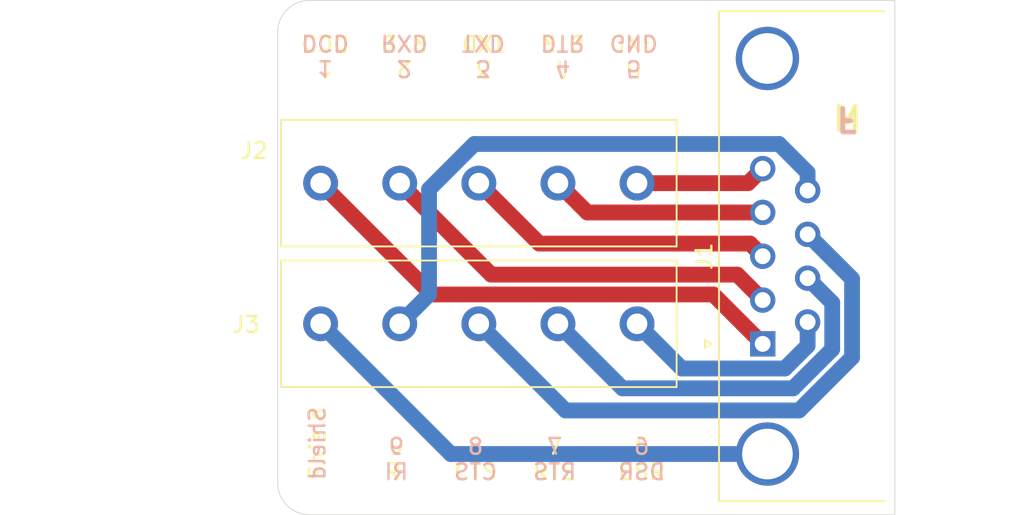
<source format=kicad_pcb>
(kicad_pcb (version 20171130) (host pcbnew "(5.1.6)-1")

  (general
    (thickness 1.6)
    (drawings 28)
    (tracks 36)
    (zones 0)
    (modules 3)
    (nets 11)
  )

  (page A4)
  (layers
    (0 F.Cu signal)
    (31 B.Cu signal)
    (32 B.Adhes user)
    (33 F.Adhes user)
    (34 B.Paste user)
    (35 F.Paste user)
    (36 B.SilkS user)
    (37 F.SilkS user)
    (38 B.Mask user)
    (39 F.Mask user)
    (40 Dwgs.User user)
    (41 Cmts.User user)
    (42 Eco1.User user)
    (43 Eco2.User user)
    (44 Edge.Cuts user)
    (45 Margin user)
    (46 B.CrtYd user)
    (47 F.CrtYd user)
    (48 B.Fab user)
    (49 F.Fab user)
  )

  (setup
    (last_trace_width 1)
    (user_trace_width 0.5)
    (user_trace_width 1)
    (trace_clearance 0.254)
    (zone_clearance 0.508)
    (zone_45_only no)
    (trace_min 0.2)
    (via_size 0.8)
    (via_drill 0.4)
    (via_min_size 0.4)
    (via_min_drill 0.3)
    (uvia_size 0.3)
    (uvia_drill 0.1)
    (uvias_allowed no)
    (uvia_min_size 0.2)
    (uvia_min_drill 0.1)
    (edge_width 0.05)
    (segment_width 0.2)
    (pcb_text_width 0.3)
    (pcb_text_size 1.5 1.5)
    (mod_edge_width 0.12)
    (mod_text_size 1 1)
    (mod_text_width 0.15)
    (pad_size 1.524 1.524)
    (pad_drill 0.762)
    (pad_to_mask_clearance 0.05)
    (aux_axis_origin 0 0)
    (visible_elements FFFFFF7F)
    (pcbplotparams
      (layerselection 0x010fc_ffffffff)
      (usegerberextensions false)
      (usegerberattributes true)
      (usegerberadvancedattributes true)
      (creategerberjobfile true)
      (excludeedgelayer true)
      (linewidth 0.100000)
      (plotframeref false)
      (viasonmask false)
      (mode 1)
      (useauxorigin false)
      (hpglpennumber 1)
      (hpglpenspeed 20)
      (hpglpendiameter 15.000000)
      (psnegative false)
      (psa4output false)
      (plotreference true)
      (plotvalue true)
      (plotinvisibletext false)
      (padsonsilk false)
      (subtractmaskfromsilk false)
      (outputformat 1)
      (mirror false)
      (drillshape 1)
      (scaleselection 1)
      (outputdirectory ""))
  )

  (net 0 "")
  (net 1 "Net-(J1-Pad0)")
  (net 2 "Net-(J1-Pad9)")
  (net 3 "Net-(J1-Pad8)")
  (net 4 "Net-(J1-Pad7)")
  (net 5 "Net-(J1-Pad6)")
  (net 6 "Net-(J1-Pad5)")
  (net 7 "Net-(J1-Pad4)")
  (net 8 "Net-(J1-Pad3)")
  (net 9 "Net-(J1-Pad2)")
  (net 10 "Net-(J1-Pad1)")

  (net_class Default "This is the default net class."
    (clearance 0.254)
    (trace_width 0.25)
    (via_dia 0.8)
    (via_drill 0.4)
    (uvia_dia 0.3)
    (uvia_drill 0.1)
    (add_net "Net-(J1-Pad0)")
    (add_net "Net-(J1-Pad1)")
    (add_net "Net-(J1-Pad2)")
    (add_net "Net-(J1-Pad3)")
    (add_net "Net-(J1-Pad4)")
    (add_net "Net-(J1-Pad5)")
    (add_net "Net-(J1-Pad6)")
    (add_net "Net-(J1-Pad7)")
    (add_net "Net-(J1-Pad8)")
    (add_net "Net-(J1-Pad9)")
  )

  (module "chuffine:Wurth 5p" (layer F.Cu) (tedit 60064525) (tstamp 600667F4)
    (at 156.21 91.44)
    (path /600723B7)
    (fp_text reference J3 (at -4.71 0.06) (layer F.SilkS)
      (effects (font (size 1 1) (thickness 0.15)))
    )
    (fp_text value Screw_Terminal_01x05 (at -11.71 -2.44) (layer F.Fab)
      (effects (font (size 1 1) (thickness 0.15)))
    )
    (fp_line (start -2.5 4) (end 22.5 4) (layer F.SilkS) (width 0.12))
    (fp_line (start -2.5 -4) (end 22.5 -4) (layer F.SilkS) (width 0.12))
    (fp_line (start -2.5 -4) (end -2.5 4) (layer F.SilkS) (width 0.12))
    (fp_line (start 22.5 -4) (end 22.5 4) (layer F.SilkS) (width 0.12))
    (pad 5 thru_hole circle (at 20 0) (size 2.2 2.2) (drill 1.3) (layers *.Cu *.Mask)
      (net 5 "Net-(J1-Pad6)"))
    (pad 4 thru_hole circle (at 15 0) (size 2.2 2.2) (drill 1.3) (layers *.Cu *.Mask)
      (net 4 "Net-(J1-Pad7)"))
    (pad 3 thru_hole circle (at 10 0) (size 2.2 2.2) (drill 1.3) (layers *.Cu *.Mask)
      (net 3 "Net-(J1-Pad8)"))
    (pad 2 thru_hole circle (at 5 0) (size 2.2 2.2) (drill 1.3) (layers *.Cu *.Mask)
      (net 2 "Net-(J1-Pad9)"))
    (pad 1 thru_hole circle (at 0 0) (size 2.2 2.2) (drill 1.3) (layers *.Cu *.Mask)
      (net 1 "Net-(J1-Pad0)"))
  )

  (module "chuffine:Wurth 5p" (layer F.Cu) (tedit 60064525) (tstamp 600667E7)
    (at 156.21 82.55)
    (path /60069727)
    (fp_text reference J2 (at -4.21 -2.05) (layer F.SilkS)
      (effects (font (size 1 1) (thickness 0.15)))
    )
    (fp_text value Screw_Terminal_01x05 (at -11.71 -0.05) (layer F.Fab)
      (effects (font (size 1 1) (thickness 0.15)))
    )
    (fp_line (start -2.5 4) (end 22.5 4) (layer F.SilkS) (width 0.12))
    (fp_line (start -2.5 -4) (end 22.5 -4) (layer F.SilkS) (width 0.12))
    (fp_line (start -2.5 -4) (end -2.5 4) (layer F.SilkS) (width 0.12))
    (fp_line (start 22.5 -4) (end 22.5 4) (layer F.SilkS) (width 0.12))
    (pad 5 thru_hole circle (at 20 0) (size 2.2 2.2) (drill 1.3) (layers *.Cu *.Mask)
      (net 6 "Net-(J1-Pad5)"))
    (pad 4 thru_hole circle (at 15 0) (size 2.2 2.2) (drill 1.3) (layers *.Cu *.Mask)
      (net 7 "Net-(J1-Pad4)"))
    (pad 3 thru_hole circle (at 10 0) (size 2.2 2.2) (drill 1.3) (layers *.Cu *.Mask)
      (net 8 "Net-(J1-Pad3)"))
    (pad 2 thru_hole circle (at 5 0) (size 2.2 2.2) (drill 1.3) (layers *.Cu *.Mask)
      (net 9 "Net-(J1-Pad2)"))
    (pad 1 thru_hole circle (at 0 0) (size 2.2 2.2) (drill 1.3) (layers *.Cu *.Mask)
      (net 10 "Net-(J1-Pad1)"))
  )

  (module Connector_Dsub:DSUB-9_Male_Horizontal_P2.77x2.84mm_EdgePinOffset4.94mm_Housed_MountingHolesOffset7.48mm (layer F.Cu) (tedit 59FEDEE2) (tstamp 600660E9)
    (at 184.15 92.71 90)
    (descr "9-pin D-Sub connector, horizontal/angled (90 deg), THT-mount, male, pitch 2.77x2.84mm, pin-PCB-offset 4.9399999999999995mm, distance of mounting holes 25mm, distance of mounting holes to PCB edge 7.4799999999999995mm, see https://disti-assets.s3.amazonaws.com/tonar/files/datasheets/16730.pdf")
    (tags "9-pin D-Sub connector horizontal angled 90deg THT male pitch 2.77x2.84mm pin-PCB-offset 4.9399999999999995mm mounting-holes-distance 25mm mounting-hole-offset 25mm")
    (path /600646BF)
    (fp_text reference J1 (at 5.54 -3.7 90) (layer F.SilkS)
      (effects (font (size 1 1) (thickness 0.15)))
    )
    (fp_text value DB9_Male_MountingHoles (at 5.54 15.68 90) (layer F.Fab)
      (effects (font (size 1 1) (thickness 0.15)))
    )
    (fp_text user %R (at 5.54 11.18 90) (layer F.Fab)
      (effects (font (size 1 1) (thickness 0.15)))
    )
    (fp_arc (start 18.04 0.3) (end 16.44 0.3) (angle 180) (layer F.Fab) (width 0.1))
    (fp_arc (start -6.96 0.3) (end -8.56 0.3) (angle 180) (layer F.Fab) (width 0.1))
    (fp_line (start -9.885 -2.7) (end -9.885 7.78) (layer F.Fab) (width 0.1))
    (fp_line (start -9.885 7.78) (end 20.965 7.78) (layer F.Fab) (width 0.1))
    (fp_line (start 20.965 7.78) (end 20.965 -2.7) (layer F.Fab) (width 0.1))
    (fp_line (start 20.965 -2.7) (end -9.885 -2.7) (layer F.Fab) (width 0.1))
    (fp_line (start -9.885 7.78) (end -9.885 8.18) (layer F.Fab) (width 0.1))
    (fp_line (start -9.885 8.18) (end 20.965 8.18) (layer F.Fab) (width 0.1))
    (fp_line (start 20.965 8.18) (end 20.965 7.78) (layer F.Fab) (width 0.1))
    (fp_line (start 20.965 7.78) (end -9.885 7.78) (layer F.Fab) (width 0.1))
    (fp_line (start -2.61 8.18) (end -2.61 14.18) (layer F.Fab) (width 0.1))
    (fp_line (start -2.61 14.18) (end 13.69 14.18) (layer F.Fab) (width 0.1))
    (fp_line (start 13.69 14.18) (end 13.69 8.18) (layer F.Fab) (width 0.1))
    (fp_line (start 13.69 8.18) (end -2.61 8.18) (layer F.Fab) (width 0.1))
    (fp_line (start -9.46 8.18) (end -9.46 13.18) (layer F.Fab) (width 0.1))
    (fp_line (start -9.46 13.18) (end -4.46 13.18) (layer F.Fab) (width 0.1))
    (fp_line (start -4.46 13.18) (end -4.46 8.18) (layer F.Fab) (width 0.1))
    (fp_line (start -4.46 8.18) (end -9.46 8.18) (layer F.Fab) (width 0.1))
    (fp_line (start 15.54 8.18) (end 15.54 13.18) (layer F.Fab) (width 0.1))
    (fp_line (start 15.54 13.18) (end 20.54 13.18) (layer F.Fab) (width 0.1))
    (fp_line (start 20.54 13.18) (end 20.54 8.18) (layer F.Fab) (width 0.1))
    (fp_line (start 20.54 8.18) (end 15.54 8.18) (layer F.Fab) (width 0.1))
    (fp_line (start -8.56 7.78) (end -8.56 0.3) (layer F.Fab) (width 0.1))
    (fp_line (start -5.36 7.78) (end -5.36 0.3) (layer F.Fab) (width 0.1))
    (fp_line (start 16.44 7.78) (end 16.44 0.3) (layer F.Fab) (width 0.1))
    (fp_line (start 19.64 7.78) (end 19.64 0.3) (layer F.Fab) (width 0.1))
    (fp_line (start -9.945 7.72) (end -9.945 -2.76) (layer F.SilkS) (width 0.12))
    (fp_line (start -9.945 -2.76) (end 21.025 -2.76) (layer F.SilkS) (width 0.12))
    (fp_line (start 21.025 -2.76) (end 21.025 7.72) (layer F.SilkS) (width 0.12))
    (fp_line (start -0.25 -3.654338) (end 0.25 -3.654338) (layer F.SilkS) (width 0.12))
    (fp_line (start 0.25 -3.654338) (end 0 -3.221325) (layer F.SilkS) (width 0.12))
    (fp_line (start 0 -3.221325) (end -0.25 -3.654338) (layer F.SilkS) (width 0.12))
    (fp_line (start -10.4 -3.25) (end -10.4 14.7) (layer F.CrtYd) (width 0.05))
    (fp_line (start -10.4 14.7) (end 21.5 14.7) (layer F.CrtYd) (width 0.05))
    (fp_line (start 21.5 14.7) (end 21.5 -3.25) (layer F.CrtYd) (width 0.05))
    (fp_line (start 21.5 -3.25) (end -10.4 -3.25) (layer F.CrtYd) (width 0.05))
    (pad 0 thru_hole circle (at 18.04 0.3 90) (size 4 4) (drill 3.2) (layers *.Cu *.Mask)
      (net 1 "Net-(J1-Pad0)"))
    (pad 0 thru_hole circle (at -6.96 0.3 90) (size 4 4) (drill 3.2) (layers *.Cu *.Mask)
      (net 1 "Net-(J1-Pad0)"))
    (pad 9 thru_hole circle (at 9.695 2.84 90) (size 1.6 1.6) (drill 1) (layers *.Cu *.Mask)
      (net 2 "Net-(J1-Pad9)"))
    (pad 8 thru_hole circle (at 6.925 2.84 90) (size 1.6 1.6) (drill 1) (layers *.Cu *.Mask)
      (net 3 "Net-(J1-Pad8)"))
    (pad 7 thru_hole circle (at 4.155 2.84 90) (size 1.6 1.6) (drill 1) (layers *.Cu *.Mask)
      (net 4 "Net-(J1-Pad7)"))
    (pad 6 thru_hole circle (at 1.385 2.84 90) (size 1.6 1.6) (drill 1) (layers *.Cu *.Mask)
      (net 5 "Net-(J1-Pad6)"))
    (pad 5 thru_hole circle (at 11.08 0 90) (size 1.6 1.6) (drill 1) (layers *.Cu *.Mask)
      (net 6 "Net-(J1-Pad5)"))
    (pad 4 thru_hole circle (at 8.31 0 90) (size 1.6 1.6) (drill 1) (layers *.Cu *.Mask)
      (net 7 "Net-(J1-Pad4)"))
    (pad 3 thru_hole circle (at 5.54 0 90) (size 1.6 1.6) (drill 1) (layers *.Cu *.Mask)
      (net 8 "Net-(J1-Pad3)"))
    (pad 2 thru_hole circle (at 2.77 0 90) (size 1.6 1.6) (drill 1) (layers *.Cu *.Mask)
      (net 9 "Net-(J1-Pad2)"))
    (pad 1 thru_hole rect (at 0 0 90) (size 1.6 1.6) (drill 1) (layers *.Cu *.Mask)
      (net 10 "Net-(J1-Pad1)"))
    (model ${KISYS3DMOD}/Connector_Dsub.3dshapes/DSUB-9_Male_Horizontal_P2.77x2.84mm_EdgePinOffset4.94mm_Housed_MountingHolesOffset7.48mm.wrl
      (at (xyz 0 0 0))
      (scale (xyz 1 1 1))
      (rotate (xyz 0 0 0))
    )
  )

  (gr_line (start 153.5 73) (end 153.5 101.5) (layer Edge.Cuts) (width 0.05) (tstamp 60066B4A))
  (gr_line (start 155.5 103.5) (end 192.5 103.5) (layer Edge.Cuts) (width 0.05) (tstamp 60066B46))
  (gr_line (start 155.5 71) (end 192.5 71) (layer Edge.Cuts) (width 0.05) (tstamp 60066B2C))
  (gr_arc (start 155.5 101.5) (end 153.5 101.5) (angle -90) (layer Edge.Cuts) (width 0.05))
  (gr_arc (start 155.5 73) (end 155.5 71) (angle -90) (layer Edge.Cuts) (width 0.05))
  (gr_text F (at 189.5 78.5 180) (layer B.SilkS) (tstamp 60066B0B)
    (effects (font (size 1.5 1.5) (thickness 0.3)) (justify mirror))
  )
  (gr_text "M\n" (at 189.5 78.5) (layer F.SilkS)
    (effects (font (size 1.5 1.5) (thickness 0.3)) (justify mirror))
  )
  (gr_text Shield (at 156 99 90) (layer B.SilkS)
    (effects (font (size 1 1) (thickness 0.15)) (justify mirror))
  )
  (gr_text "6\nDSR\n" (at 176.5 100) (layer B.SilkS)
    (effects (font (size 1 1) (thickness 0.15)) (justify mirror))
  )
  (gr_text "7\nRTS" (at 171 100) (layer B.SilkS)
    (effects (font (size 1 1) (thickness 0.15)) (justify mirror))
  )
  (gr_text "8\nCTS\n" (at 166 100) (layer B.SilkS)
    (effects (font (size 1 1) (thickness 0.15)) (justify mirror))
  )
  (gr_text "9\nRI\n" (at 161 100) (layer B.SilkS)
    (effects (font (size 1 1) (thickness 0.15)) (justify mirror))
  )
  (gr_text "5\nGND" (at 176 74.5 180) (layer B.SilkS)
    (effects (font (size 1 1) (thickness 0.15)) (justify mirror))
  )
  (gr_text "4\nDTR" (at 171.5 74.5 180) (layer B.SilkS)
    (effects (font (size 1 1) (thickness 0.15)) (justify mirror))
  )
  (gr_text "3\nTXD\n" (at 166.5 74.5 180) (layer B.SilkS)
    (effects (font (size 1 1) (thickness 0.15)) (justify mirror))
  )
  (gr_text "2\nRXD\n" (at 161.5 74.5 180) (layer B.SilkS)
    (effects (font (size 1 1) (thickness 0.15)) (justify mirror))
  )
  (gr_text "1\nDCD" (at 156.5 74.5 180) (layer B.SilkS)
    (effects (font (size 1 1) (thickness 0.15)) (justify mirror))
  )
  (gr_text Shield (at 156 99 90) (layer F.SilkS) (tstamp 60066992)
    (effects (font (size 1 1) (thickness 0.15)))
  )
  (gr_text "1\nDCD" (at 156.5 74.5 180) (layer F.SilkS)
    (effects (font (size 1 1) (thickness 0.15)))
  )
  (gr_text "2\nRXD\n" (at 161.5 74.5 180) (layer F.SilkS)
    (effects (font (size 1 1) (thickness 0.15)))
  )
  (gr_text "3\nTXD\n" (at 166.5 74.5 180) (layer F.SilkS)
    (effects (font (size 1 1) (thickness 0.15)))
  )
  (gr_text "4\nDTR\n" (at 171.5 74.5 180) (layer F.SilkS)
    (effects (font (size 1 1) (thickness 0.15)))
  )
  (gr_text "5\nGND\n" (at 176 74.5 180) (layer F.SilkS)
    (effects (font (size 1 1) (thickness 0.15)))
  )
  (gr_text "6\nDSR" (at 176.5 100) (layer F.SilkS) (tstamp 600668BC)
    (effects (font (size 1 1) (thickness 0.15)))
  )
  (gr_text "7\nRTS\n" (at 171 100) (layer F.SilkS) (tstamp 600668C2)
    (effects (font (size 1 1) (thickness 0.15)))
  )
  (gr_text "8\nCTS\n" (at 166 100) (layer F.SilkS) (tstamp 600668C5)
    (effects (font (size 1 1) (thickness 0.15)))
  )
  (gr_text "9\nRI" (at 161 100) (layer F.SilkS) (tstamp 600668BF)
    (effects (font (size 1 1) (thickness 0.15)))
  )
  (gr_line (start 192.5 71) (end 192.5 103.5) (layer Edge.Cuts) (width 0.05))

  (segment (start 164.44 99.67) (end 156.21 91.44) (width 1) (layer B.Cu) (net 1))
  (segment (start 184.45 99.67) (end 164.44 99.67) (width 1) (layer B.Cu) (net 1))
  (segment (start 163.064001 89.585999) (end 161.21 91.44) (width 1) (layer B.Cu) (net 2))
  (segment (start 163.064001 82.935999) (end 163.064001 89.585999) (width 1) (layer B.Cu) (net 2))
  (segment (start 185.182369 80.075999) (end 165.924001 80.075999) (width 1) (layer B.Cu) (net 2))
  (segment (start 186.99 81.88363) (end 185.182369 80.075999) (width 1) (layer B.Cu) (net 2))
  (segment (start 165.924001 80.075999) (end 163.064001 82.935999) (width 1) (layer B.Cu) (net 2))
  (segment (start 186.99 83.015) (end 186.99 81.88363) (width 1) (layer B.Cu) (net 2))
  (segment (start 171.685999 96.915999) (end 166.21 91.44) (width 1) (layer B.Cu) (net 3))
  (segment (start 186.448076 96.915999) (end 171.685999 96.915999) (width 1) (layer B.Cu) (net 3))
  (segment (start 189.79801 93.566065) (end 186.448076 96.915999) (width 1) (layer B.Cu) (net 3))
  (segment (start 189.798011 88.593011) (end 189.79801 93.566065) (width 1) (layer B.Cu) (net 3))
  (segment (start 186.99 85.785) (end 189.798011 88.593011) (width 1) (layer B.Cu) (net 3))
  (segment (start 188.544001 93.046637) (end 186.072628 95.518011) (width 1) (layer B.Cu) (net 4))
  (segment (start 175.288011 95.518011) (end 171.21 91.44) (width 1) (layer B.Cu) (net 4))
  (segment (start 188.544001 90.109001) (end 188.544001 93.046637) (width 1) (layer B.Cu) (net 4))
  (segment (start 186.072628 95.518011) (end 175.288011 95.518011) (width 1) (layer B.Cu) (net 4))
  (segment (start 186.99 88.555) (end 188.544001 90.109001) (width 1) (layer B.Cu) (net 4))
  (segment (start 179.034001 94.264001) (end 176.21 91.44) (width 1) (layer B.Cu) (net 5))
  (segment (start 185.553201 94.264001) (end 179.034001 94.264001) (width 1) (layer B.Cu) (net 5))
  (segment (start 186.99 92.827202) (end 185.553201 94.264001) (width 1) (layer B.Cu) (net 5))
  (segment (start 186.99 91.325) (end 186.99 92.827202) (width 1) (layer B.Cu) (net 5))
  (segment (start 183.23 82.55) (end 184.15 81.63) (width 1) (layer F.Cu) (net 6))
  (segment (start 176.21 82.55) (end 183.23 82.55) (width 1) (layer F.Cu) (net 6))
  (segment (start 173.064001 84.404001) (end 171.21 82.55) (width 1) (layer F.Cu) (net 7))
  (segment (start 184.145999 84.404001) (end 173.064001 84.404001) (width 1) (layer F.Cu) (net 7))
  (segment (start 184.15 84.4) (end 184.145999 84.404001) (width 1) (layer F.Cu) (net 7))
  (segment (start 183.350001 86.370001) (end 170.030001 86.370001) (width 1) (layer F.Cu) (net 8))
  (segment (start 170.030001 86.370001) (end 166.21 82.55) (width 1) (layer F.Cu) (net 8))
  (segment (start 184.15 87.17) (end 183.350001 86.370001) (width 1) (layer F.Cu) (net 8))
  (segment (start 166.991989 88.331989) (end 161.21 82.55) (width 1) (layer F.Cu) (net 9))
  (segment (start 182.541989 88.331989) (end 166.991989 88.331989) (width 1) (layer F.Cu) (net 9))
  (segment (start 184.15 89.94) (end 182.541989 88.331989) (width 1) (layer F.Cu) (net 9))
  (segment (start 181.025999 89.585999) (end 184.15 92.71) (width 1) (layer F.Cu) (net 10))
  (segment (start 163.245999 89.585999) (end 181.025999 89.585999) (width 1) (layer F.Cu) (net 10))
  (segment (start 156.21 82.55) (end 163.245999 89.585999) (width 1) (layer F.Cu) (net 10))

)

</source>
